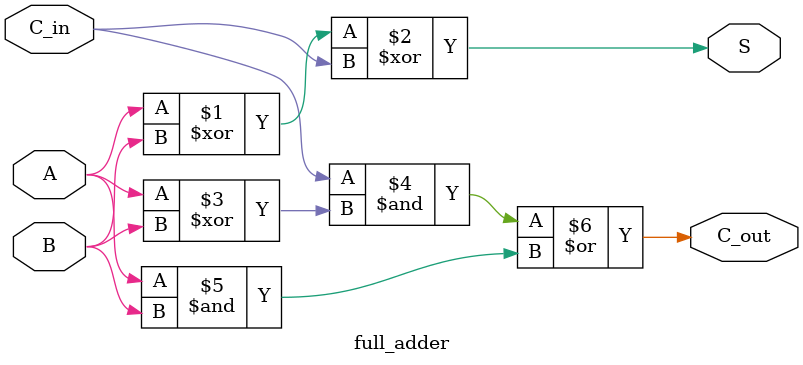
<source format=sv>

module full_adder(S, C_out, A, B, C_in);
    
    output S, C_out;
    input A, B, C_in;

    assign S = A ^ B ^ C_in;
    assign C_out = (C_in & (A ^ B)) | (A & B);

endmodule

// no testbech because this code is to program an fpga
// refer to the Pin Planner Diagram readme file

</source>
